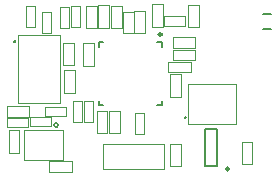
<source format=gto>
%TF.GenerationSoftware,Altium Limited,Altium Designer,24.5.2 (23)*%
G04 Layer_Color=65535*
%FSLAX45Y45*%
%MOMM*%
%TF.SameCoordinates,57FA01A1-E815-4C6C-BC38-3E05548C2649*%
%TF.FilePolarity,Positive*%
%TF.FileFunction,Legend,Top*%
%TF.Part,Single*%
G01*
G75*
%TA.AperFunction,NonConductor*%
%ADD35C,0.25400*%
%ADD36C,0.25000*%
%ADD37C,0.20000*%
%ADD38C,0.05000*%
D35*
X110408Y1138269D02*
G03*
X110408Y1138269I-4678J0D01*
G01*
X1556348Y494222D02*
G03*
X1556348Y494222I-5000J0D01*
G01*
D36*
X1925361Y60471D02*
G03*
X1925361Y60471I-12500J0D01*
G01*
X1354196Y1198287D02*
G03*
X1354196Y1198287I-12500J0D01*
G01*
D37*
X476883Y431420D02*
G03*
X476883Y431420I-17961J0D01*
G01*
X2213759Y1247376D02*
X2283759D01*
X2213759Y1374376D02*
X2283759D01*
X1725361Y85471D02*
Y395471D01*
X1825361Y85471D02*
Y395471D01*
X1725361D02*
X1825361D01*
X1725361Y85471D02*
X1825361D01*
X1316696Y1133287D02*
X1356696D01*
Y1093287D02*
Y1133287D01*
Y598287D02*
Y638287D01*
X1316696Y598287D02*
X1356696D01*
X821696D02*
X861696D01*
X821696D02*
Y638287D01*
Y1133287D02*
X861696D01*
X821696Y1093287D02*
Y1133287D01*
D38*
X240126Y421955D02*
X417928D01*
X240126Y498156D02*
X417928D01*
Y421955D02*
Y498156D01*
X240126Y421955D02*
Y498156D01*
X688748Y933029D02*
X779439D01*
X688748Y1123556D02*
X779439D01*
X688748Y933029D02*
Y1123556D01*
X779439Y933029D02*
Y1123556D01*
X908132Y360263D02*
X998823D01*
X908132Y550791D02*
X998823D01*
X908132Y360263D02*
Y550791D01*
X998823Y360263D02*
Y550791D01*
X803341Y551501D02*
X894032D01*
X803341Y360974D02*
X894032D01*
Y551501D01*
X803341Y360974D02*
Y551501D01*
X1601214Y877745D02*
Y968436D01*
X1410687Y877745D02*
Y968436D01*
Y877745D02*
X1601214D01*
X1410687Y968436D02*
X1601214D01*
X1425377Y670664D02*
X1516068D01*
X1425377Y861191D02*
X1516068D01*
X1425377Y670664D02*
Y861191D01*
X1516068Y670664D02*
Y861191D01*
X713249Y1442831D02*
X803940D01*
X713249Y1252303D02*
X803940D01*
Y1442831D01*
X713249Y1252303D02*
Y1442831D01*
X1214457Y1206782D02*
Y1397310D01*
X1123765Y1206782D02*
Y1397310D01*
X1214457D01*
X1123765Y1206782D02*
X1214457D01*
X816612Y1253284D02*
Y1443811D01*
X907303Y1253284D02*
Y1443811D01*
X816612Y1253284D02*
X907303D01*
X816612Y1443811D02*
X907303D01*
X1638445Y979807D02*
Y1070498D01*
X1447918Y979807D02*
Y1070498D01*
Y979807D02*
X1638445D01*
X1447918Y1070498D02*
X1638445D01*
X925375Y1251309D02*
X1016066D01*
X925375Y1441836D02*
X1016066D01*
X925375Y1251309D02*
Y1441836D01*
X1016066Y1251309D02*
Y1441836D01*
X1639315Y1084209D02*
Y1174900D01*
X1448787Y1084209D02*
Y1174900D01*
Y1084209D02*
X1639315D01*
X1448787Y1174900D02*
X1639315D01*
X1272414Y1452806D02*
X1363105D01*
X1272414Y1262279D02*
X1363105D01*
Y1452806D01*
X1272414Y1262279D02*
Y1452806D01*
X1580737Y1449074D02*
X1671428D01*
X1580737Y1258546D02*
X1671428D01*
Y1449074D01*
X1580737Y1258546D02*
Y1449074D01*
X521644Y1128271D02*
X612335D01*
X521644Y937743D02*
X612335D01*
Y1128271D01*
X521644Y937743D02*
Y1128271D01*
X526633Y895189D02*
X617325D01*
X526633Y704662D02*
X617325D01*
Y895189D01*
X526633Y704662D02*
Y895189D01*
X2032223Y289871D02*
X2122914D01*
X2032223Y99344D02*
X2122914D01*
Y289871D01*
X2032223Y99344D02*
Y289871D01*
X1518067Y82711D02*
Y273238D01*
X1427375Y82711D02*
Y273238D01*
X1518067D01*
X1427375Y82711D02*
X1518067D01*
X861757Y271498D02*
X1371758D01*
X861757Y61497D02*
X1371758D01*
X861757D02*
Y271498D01*
X1371758Y61497D02*
Y271498D01*
X1025296Y1388674D02*
X1116363D01*
X1025296Y1209268D02*
X1116363D01*
Y1388674D01*
X1025296Y1209268D02*
Y1388674D01*
X1556074Y1265911D02*
Y1356978D01*
X1376667Y1265911D02*
Y1356978D01*
Y1265911D02*
X1556074D01*
X1376667Y1356978D02*
X1556074D01*
X589433Y1439357D02*
X665633D01*
X589433Y1261556D02*
X665633D01*
Y1439357D01*
X589433Y1261556D02*
Y1439357D01*
X682181Y453526D02*
Y631328D01*
X605981Y453526D02*
Y631328D01*
X682181D01*
X605981Y453526D02*
X682181D01*
X771081D02*
Y631328D01*
X694881Y453526D02*
Y631328D01*
X771081D01*
X694881Y453526D02*
X771081D01*
X203200Y1435100D02*
X279401D01*
X203200Y1257298D02*
X279401D01*
Y1435100D01*
X203200Y1257298D02*
Y1435100D01*
X338500Y1392000D02*
X414701D01*
X338500Y1214198D02*
X414701D01*
Y1392000D01*
X338500Y1214198D02*
Y1392000D01*
X497338Y1426947D02*
X573539D01*
X497338Y1249146D02*
X573539D01*
Y1426947D01*
X497338Y1249146D02*
Y1426947D01*
X546100Y507999D02*
Y584200D01*
X368298Y507999D02*
Y584200D01*
Y507999D02*
X546100D01*
X368298Y584200D02*
X546100D01*
X135564Y614931D02*
X495189D01*
X135564Y1193915D02*
X495189D01*
Y614931D02*
Y1193915D01*
X135564Y614931D02*
Y1193915D01*
X1576348Y439222D02*
Y779222D01*
X1986348Y439222D02*
Y779222D01*
X1576348D02*
X1986348D01*
X1576348Y439222D02*
X1986348D01*
X192218Y393320D02*
X522423D01*
X192218Y139318D02*
X522423D01*
X192218D02*
Y393320D01*
X522423Y139318D02*
Y393320D01*
X44642Y594043D02*
X235170D01*
X44642Y503352D02*
X235170D01*
X44642D02*
Y594043D01*
X235170Y503352D02*
Y594043D01*
X149747Y198337D02*
Y388864D01*
X59056Y198337D02*
Y388864D01*
X149747D01*
X59056Y198337D02*
X149747D01*
X404433Y128662D02*
X594961D01*
X404433Y37970D02*
X594961D01*
X404433D02*
Y128662D01*
X594961Y37970D02*
Y128662D01*
X47920Y415877D02*
X225721D01*
X47920Y492078D02*
X225721D01*
Y415877D02*
Y492078D01*
X47920Y415877D02*
Y492078D01*
X1130299Y355600D02*
X1206500D01*
X1130299Y533402D02*
X1206500D01*
X1130299Y355600D02*
Y533402D01*
X1206500Y355600D02*
Y533402D01*
%TF.MD5,10c3cc80df28b06fe32f8153e9d25f9c*%
M02*

</source>
